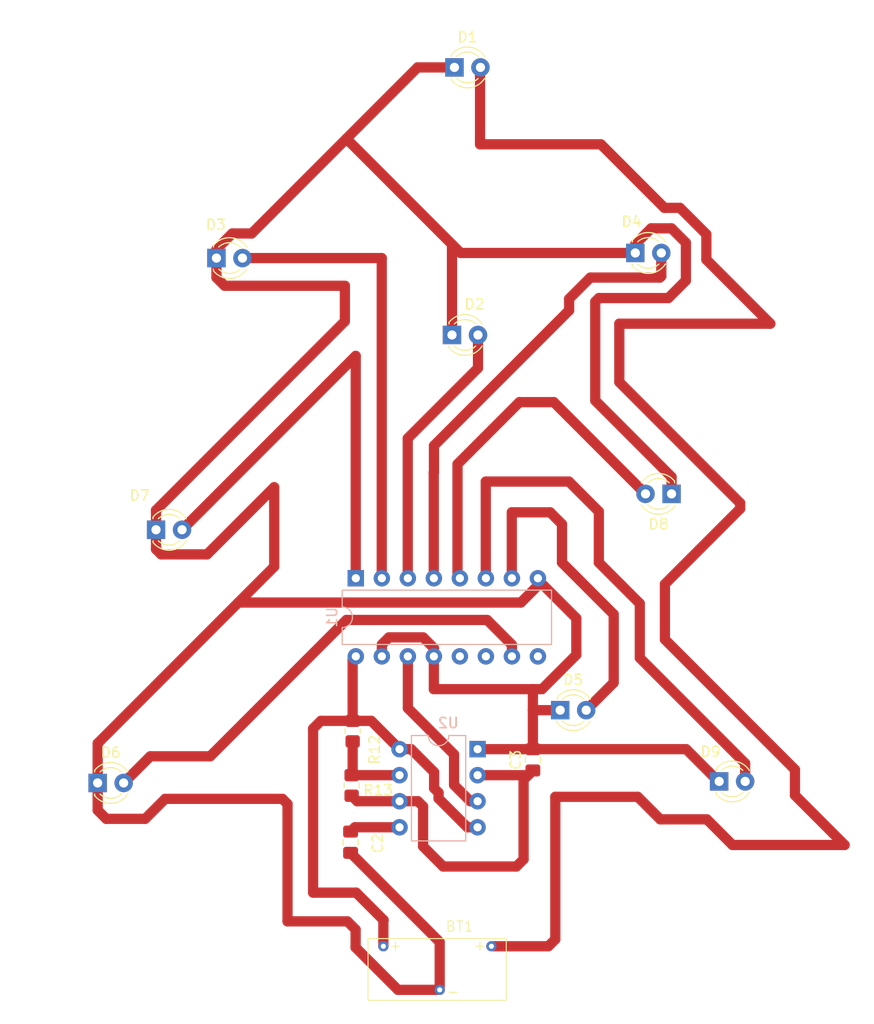
<source format=kicad_pcb>
(kicad_pcb (version 20221018) (generator pcbnew)
  (layers (0 "F.Cu" signal) (31 "B.Cu" signal) (34 "B.Paste" user) (35 "F.Paste" user) (36 "B.SilkS" user "B.Silkscreen") (37 "F.SilkS" user "F.Silkscreen") (38 "B.Mask" user) (39 "F.Mask" user) (44 "Edge.Cuts" user))
  (net 0 "")
  (net 1 "/PWR")
  (net 2 "GND")
  (net 3 "Net-(U2-CV)")
  (net 4 "/THRESHOLD")
  (net 5 "/led_1")
  (net 6 "/led_2")
  (net 7 "/led_3")
  (net 8 "/led_4")
  (net 9 "/led_5")
  (net 10 "/led_6")
  (net 11 "/led_7")
  (net 12 "/led_8")
  (net 13 "Net-(U2-DIS)")
  (net 17 "/CLK")
  (footprint "LED_THT:LED_D3.0mm" (layer "F.Cu") (at 59.96 112.4)
    (fp_text reference "D6" (at 1.27 -2.96) (layer "F.SilkS"))
    (fp_text value "LED")
    (fp_line (start -0.29 -1.236) (end -0.29 -1.08) (stroke (width 0.12)) (layer "F.SilkS"))
    (fp_line (start -0.29 1.08) (end -0.29 1.236) (stroke (width 0.12)) (layer "F.SilkS"))
    (fp_arc (start -0.29 -1.235516) (mid 1.366487 -1.987659) (end 2.942335 -1.078608) (stroke (width 0.12)) (layer "F.SilkS"))
    (fp_arc (start 0.229039 -1.08) (mid 1.270117 -1.5) (end 2.31113 -1.079837) (stroke (width 0.12)) (layer "F.SilkS"))
    (fp_arc (start 2.31113 1.079837) (mid 1.270117 1.5) (end 0.229039 1.08) (stroke (width 0.12)) (layer "F.SilkS"))
    (fp_arc (start 2.942335 1.078608) (mid 1.366487 1.987659) (end -0.29 1.235516) (stroke (width 0.12)) (layer "F.SilkS"))
    (pad "1" thru_hole rect (at 0 0) (size 1.8 1.8) (drill 0.9) (layers "*.Cu" "*.Mask") (net 2 "GND"))
    (pad "2" thru_hole circle (at 2.54 0) (size 1.8 1.8) (drill 0.9) (layers "*.Cu" "*.Mask") (net 9 "/led_5"))
  )
  (footprint "LED_THT:LED_D3.0mm" (layer "F.Cu") (at 94.56 68.7)
    (fp_text reference "D2" (at 2.19 -3) (layer "F.SilkS"))
    (fp_text value "LED")
    (fp_line (start -0.29 -1.236) (end -0.29 -1.08) (stroke (width 0.12)) (layer "F.SilkS"))
    (fp_line (start -0.29 1.08) (end -0.29 1.236) (stroke (width 0.12)) (layer "F.SilkS"))
    (fp_arc (start -0.29 -1.235516) (mid 1.366487 -1.987659) (end 2.942335 -1.078608) (stroke (width 0.12)) (layer "F.SilkS"))
    (fp_arc (start 0.229039 -1.08) (mid 1.270117 -1.5) (end 2.31113 -1.079837) (stroke (width 0.12)) (layer "F.SilkS"))
    (fp_arc (start 2.31113 1.079837) (mid 1.270117 1.5) (end 0.229039 1.08) (stroke (width 0.12)) (layer "F.SilkS"))
    (fp_arc (start 2.942335 1.078608) (mid 1.366487 1.987659) (end -0.29 1.235516) (stroke (width 0.12)) (layer "F.SilkS"))
    (pad "1" thru_hole rect (at 0 0) (size 1.8 1.8) (drill 0.9) (layers "*.Cu" "*.Mask") (net 2 "GND"))
    (pad "2" thru_hole circle (at 2.54 0) (size 1.8 1.8) (drill 0.9) (layers "*.Cu" "*.Mask") (net 5 "/led_1"))
  )
  (footprint "LED_THT:LED_D3.0mm" (layer "F.Cu") (at 120.65 112.25)
    (fp_text reference "D9" (at -0.85 -2.9) (layer "F.SilkS"))
    (fp_text value "LED")
    (fp_line (start -0.29 -1.236) (end -0.29 -1.08) (stroke (width 0.12)) (layer "F.SilkS"))
    (fp_line (start -0.29 1.08) (end -0.29 1.236) (stroke (width 0.12)) (layer "F.SilkS"))
    (fp_arc (start -0.29 -1.235516) (mid 1.366487 -1.987659) (end 2.942335 -1.078608) (stroke (width 0.12)) (layer "F.SilkS"))
    (fp_arc (start 0.229039 -1.08) (mid 1.270117 -1.5) (end 2.31113 -1.079837) (stroke (width 0.12)) (layer "F.SilkS"))
    (fp_arc (start 2.31113 1.079837) (mid 1.270117 1.5) (end 0.229039 1.08) (stroke (width 0.12)) (layer "F.SilkS"))
    (fp_arc (start 2.942335 1.078608) (mid 1.366487 1.987659) (end -0.29 1.235516) (stroke (width 0.12)) (layer "F.SilkS"))
    (pad "1" thru_hole rect (at 0 0) (size 1.8 1.8) (drill 0.9) (layers "*.Cu" "*.Mask") (net 2 "GND"))
    (pad "2" thru_hole circle (at 2.54 0) (size 1.8 1.8) (drill 0.9) (layers "*.Cu" "*.Mask") (net 12 "/led_8"))
  )
  (footprint "LED_THT:LED_D3.0mm" (layer "F.Cu") (at 116 84.2 180)
    (fp_text reference "D8" (at 1.27 -2.96) (layer "F.SilkS"))
    (fp_text value "LED")
    (fp_line (start -0.29 -1.236) (end -0.29 -1.08) (stroke (width 0.12)) (layer "F.SilkS"))
    (fp_line (start -0.29 1.08) (end -0.29 1.236) (stroke (width 0.12)) (layer "F.SilkS"))
    (fp_arc (start -0.29 -1.235516) (mid 1.366487 -1.987659) (end 2.942335 -1.078608) (stroke (width 0.12)) (layer "F.SilkS"))
    (fp_arc (start 0.229039 -1.08) (mid 1.270117 -1.5) (end 2.31113 -1.079837) (stroke (width 0.12)) (layer "F.SilkS"))
    (fp_arc (start 2.31113 1.079837) (mid 1.270117 1.5) (end 0.229039 1.08) (stroke (width 0.12)) (layer "F.SilkS"))
    (fp_arc (start 2.942335 1.078608) (mid 1.366487 1.987659) (end -0.29 1.235516) (stroke (width 0.12)) (layer "F.SilkS"))
    (pad "1" thru_hole rect (at 0 0 180) (size 1.8 1.8) (drill 0.9) (layers "*.Cu" "*.Mask") (net 2 "GND"))
    (pad "2" thru_hole circle (at 2.54 0 180) (size 1.8 1.8) (drill 0.9) (layers "*.Cu" "*.Mask") (net 11 "/led_7"))
  )
  (footprint "Battery:battery_holder_CR2032_vertical" (layer "F.Cu") (at 93.36 127.58)
    (fp_text reference "BT1" (at 1.94 -1.18 unlocked) (layer "F.SilkS") (effects (font (thickness 0.1))))
    (fp_text value "Battery")
    (fp_text user "-" (at 0.6 5.75 unlocked) (layer "F.SilkS") (effects (font (thickness 0.1)) (justify left bottom)))
    (fp_text user "+" (at 3.25 1.25 unlocked) (layer "F.SilkS") (effects (font (thickness 0.1)) (justify left bottom)))
    (fp_text user "+" (at -5 1.25 unlocked) (layer "F.SilkS") (effects (font (thickness 0.1)) (justify left bottom)))
    (fp_rect (start -7 0) (end 6.5 6.0254) (stroke (width 0.1)) (fill none) (layer "F.SilkS"))
    (pad "1" thru_hole circle (at -5.5 0.75) (size 1 1) (drill 0.5) (layers "*.Cu" "*.Mask") (net 1 "/PWR"))
    (pad "1" thru_hole circle (at 5.05 0.75) (size 1 1) (drill 0.5) (layers "*.Cu" "*.Mask") (net 1 "/PWR"))
    (pad "2" thru_hole circle (at 0 5) (size 1 1) (drill 0.5) (layers "*.Cu" "*.Mask") (net 2 "GND"))
  )
  (footprint "Resistor_SMD:R_0805_2012Metric_Pad1.20x1.40mm_HandSolder" (layer "F.Cu") (at 84.76 112.6425 -90)
    (fp_text reference "R13" (at 0.4575 -2.59 -180) (layer "F.SilkS"))
    (fp_text value "4k7")
    (fp_line (start -0.227064 -0.735) (end 0.227064 -0.735) (stroke (width 0.12)) (layer "F.SilkS"))
    (fp_line (start -0.227064 0.735) (end 0.227064 0.735) (stroke (width 0.12)) (layer "F.SilkS"))
    (pad "1" smd roundrect (at -1 0 270) (size 1.2 1.4) (layers "F.Cu" "F.Paste" "F.Mask") (roundrect_rratio 0.208333) (net 13 "Net-(U2-DIS)"))
    (pad "2" smd roundrect (at 1 0 270) (size 1.2 1.4) (layers "F.Cu" "F.Paste" "F.Mask") (roundrect_rratio 0.208333) (net 4 "/THRESHOLD"))
  )
  (footprint "LED_THT:LED_D3.0mm" (layer "F.Cu") (at 112.46 60.7)
    (fp_text reference "D4" (at -0.36 -3.05) (layer "F.SilkS"))
    (fp_text value "LED")
    (fp_line (start -0.29 -1.236) (end -0.29 -1.08) (stroke (width 0.12)) (layer "F.SilkS"))
    (fp_line (start -0.29 1.08) (end -0.29 1.236) (stroke (width 0.12)) (layer "F.SilkS"))
    (fp_arc (start -0.29 -1.235516) (mid 1.366487 -1.987659) (end 2.942335 -1.078608) (stroke (width 0.12)) (layer "F.SilkS"))
    (fp_arc (start 0.229039 -1.08) (mid 1.270117 -1.5) (end 2.31113 -1.079837) (stroke (width 0.12)) (layer "F.SilkS"))
    (fp_arc (start 2.31113 1.079837) (mid 1.270117 1.5) (end 0.229039 1.08) (stroke (width 0.12)) (layer "F.SilkS"))
    (fp_arc (start 2.942335 1.078608) (mid 1.366487 1.987659) (end -0.29 1.235516) (stroke (width 0.12)) (layer "F.SilkS"))
    (pad "1" thru_hole rect (at 0 0) (size 1.8 1.8) (drill 0.9) (layers "*.Cu" "*.Mask") (net 2 "GND"))
    (pad "2" thru_hole circle (at 2.54 0) (size 1.8 1.8) (drill 0.9) (layers "*.Cu" "*.Mask") (net 7 "/led_3"))
  )
  (footprint "LED_THT:LED_D3.0mm" (layer "F.Cu") (at 71.56 61.2)
    (fp_text reference "D3" (at -0.06 -3.25) (layer "F.SilkS"))
    (fp_text value "LED")
    (fp_line (start -0.29 -1.236) (end -0.29 -1.08) (stroke (width 0.12)) (layer "F.SilkS"))
    (fp_line (start -0.29 1.08) (end -0.29 1.236) (stroke (width 0.12)) (layer "F.SilkS"))
    (fp_arc (start -0.29 -1.235516) (mid 1.366487 -1.987659) (end 2.942335 -1.078608) (stroke (width 0.12)) (layer "F.SilkS"))
    (fp_arc (start 0.229039 -1.08) (mid 1.270117 -1.5) (end 2.31113 -1.079837) (stroke (width 0.12)) (layer "F.SilkS"))
    (fp_arc (start 2.31113 1.079837) (mid 1.270117 1.5) (end 0.229039 1.08) (stroke (width 0.12)) (layer "F.SilkS"))
    (fp_arc (start 2.942335 1.078608) (mid 1.366487 1.987659) (end -0.29 1.235516) (stroke (width 0.12)) (layer "F.SilkS"))
    (pad "1" thru_hole rect (at 0 0) (size 1.8 1.8) (drill 0.9) (layers "*.Cu" "*.Mask") (net 2 "GND"))
    (pad "2" thru_hole circle (at 2.54 0) (size 1.8 1.8) (drill 0.9) (layers "*.Cu" "*.Mask") (net 6 "/led_2"))
  )
  (footprint "Capacitor_SMD:C_0805_2012Metric_Pad1.18x1.45mm_HandSolder" (layer "F.Cu") (at 84.66 118.18 -90)
    (fp_text reference "C2" (at 0.12 -2.64 90) (layer "F.SilkS"))
    (fp_text value "0u1")
    (fp_line (start -0.261252 -0.735) (end 0.261252 -0.735) (stroke (width 0.12)) (layer "F.SilkS"))
    (fp_line (start -0.261252 0.735) (end 0.261252 0.735) (stroke (width 0.12)) (layer "F.SilkS"))
    (pad "1" smd roundrect (at -1.0375 0 270) (size 1.175 1.45) (layers "F.Cu" "F.Paste" "F.Mask") (roundrect_rratio 0.212766) (net 3 "Net-(U2-CV)"))
    (pad "2" smd roundrect (at 1.0375 0 270) (size 1.175 1.45) (layers "F.Cu" "F.Paste" "F.Mask") (roundrect_rratio 0.212766) (net 2 "GND"))
  )
  (footprint "LED_THT:LED_D3.0mm" (layer "F.Cu") (at 94.8 42.6)
    (fp_text reference "D1" (at 1.27 -2.96) (layer "F.SilkS"))
    (fp_text value "LED")
    (fp_line (start -0.29 -1.236) (end -0.29 -1.08) (stroke (width 0.12)) (layer "F.SilkS"))
    (fp_line (start -0.29 1.08) (end -0.29 1.236) (stroke (width 0.12)) (layer "F.SilkS"))
    (fp_arc (start -0.29 -1.235516) (mid 1.366487 -1.987659) (end 2.942335 -1.078608) (stroke (width 0.12)) (layer "F.SilkS"))
    (fp_arc (start 0.229039 -1.08) (mid 1.270117 -1.5) (end 2.31113 -1.079837) (stroke (width 0.12)) (layer "F.SilkS"))
    (fp_arc (start 2.31113 1.079837) (mid 1.270117 1.5) (end 0.229039 1.08) (stroke (width 0.12)) (layer "F.SilkS"))
    (fp_arc (start 2.942335 1.078608) (mid 1.366487 1.987659) (end -0.29 1.235516) (stroke (width 0.12)) (layer "F.SilkS"))
    (pad "1" thru_hole rect (at 0 0) (size 1.8 1.8) (drill 0.9) (layers "*.Cu" "*.Mask") (net 2 "GND"))
    (pad "2" thru_hole circle (at 2.54 0) (size 1.8 1.8) (drill 0.9) (layers "*.Cu" "*.Mask") (net 1 "/PWR"))
  )
  (footprint "Capacitor_SMD:C_0805_2012Metric_Pad1.18x1.45mm_HandSolder" (layer "F.Cu") (at 102.46 110.1425 90)
    (fp_text reference "C3" (at 0 -1.68 90) (layer "F.SilkS"))
    (fp_text value "22u")
    (fp_line (start -0.261252 -0.735) (end 0.261252 -0.735) (stroke (width 0.12)) (layer "F.SilkS"))
    (fp_line (start -0.261252 0.735) (end 0.261252 0.735) (stroke (width 0.12)) (layer "F.SilkS"))
    (pad "1" smd roundrect (at -1.0375 0 90) (size 1.175 1.45) (layers "F.Cu" "F.Paste" "F.Mask") (roundrect_rratio 0.212766) (net 4 "/THRESHOLD"))
    (pad "2" smd roundrect (at 1.0375 0 90) (size 1.175 1.45) (layers "F.Cu" "F.Paste" "F.Mask") (roundrect_rratio 0.212766) (net 2 "GND"))
  )
  (footprint "LED_THT:LED_D3.0mm" (layer "F.Cu") (at 65.66 87.7)
    (fp_text reference "D7" (at -1.61 -3.35) (layer "F.SilkS"))
    (fp_text value "LED")
    (fp_line (start -0.29 -1.236) (end -0.29 -1.08) (stroke (width 0.12)) (layer "F.SilkS"))
    (fp_line (start -0.29 1.08) (end -0.29 1.236) (stroke (width 0.12)) (layer "F.SilkS"))
    (fp_arc (start -0.29 -1.235516) (mid 1.366487 -1.987659) (end 2.942335 -1.078608) (stroke (width 0.12)) (layer "F.SilkS"))
    (fp_arc (start 0.229039 -1.08) (mid 1.270117 -1.5) (end 2.31113 -1.079837) (stroke (width 0.12)) (layer "F.SilkS"))
    (fp_arc (start 2.31113 1.079837) (mid 1.270117 1.5) (end 0.229039 1.08) (stroke (width 0.12)) (layer "F.SilkS"))
    (fp_arc (start 2.942335 1.078608) (mid 1.366487 1.987659) (end -0.29 1.235516) (stroke (width 0.12)) (layer "F.SilkS"))
    (pad "1" thru_hole rect (at 0 0) (size 1.8 1.8) (drill 0.9) (layers "*.Cu" "*.Mask") (net 2 "GND"))
    (pad "2" thru_hole circle (at 2.54 0) (size 1.8 1.8) (drill 0.9) (layers "*.Cu" "*.Mask") (net 10 "/led_6"))
  )
  (footprint "LED_THT:LED_D3.0mm" (layer "F.Cu") (at 105.125 105.3)
    (fp_text reference "D5" (at 1.27 -2.96) (layer "F.SilkS"))
    (fp_text value "LED")
    (fp_line (start -0.29 -1.236) (end -0.29 -1.08) (stroke (width 0.12)) (layer "F.SilkS"))
    (fp_line (start -0.29 1.08) (end -0.29 1.236) (stroke (width 0.12)) (layer "F.SilkS"))
    (fp_arc (start -0.29 -1.235516) (mid 1.366487 -1.987659) (end 2.942335 -1.078608) (stroke (width 0.12)) (layer "F.SilkS"))
    (fp_arc (start 0.229039 -1.08) (mid 1.270117 -1.5) (end 2.31113 -1.079837) (stroke (width 0.12)) (layer "F.SilkS"))
    (fp_arc (start 2.31113 1.079837) (mid 1.270117 1.5) (end 0.229039 1.08) (stroke (width 0.12)) (layer "F.SilkS"))
    (fp_arc (start 2.942335 1.078608) (mid 1.366487 1.987659) (end -0.29 1.235516) (stroke (width 0.12)) (layer "F.SilkS"))
    (pad "1" thru_hole rect (at 0 0) (size 1.8 1.8) (drill 0.9) (layers "*.Cu" "*.Mask") (net 2 "GND"))
    (pad "2" thru_hole circle (at 2.54 0) (size 1.8 1.8) (drill 0.9) (layers "*.Cu" "*.Mask") (net 8 "/led_4"))
  )
  (footprint "Resistor_SMD:R_0805_2012Metric_Pad1.20x1.40mm_HandSolder" (layer "F.Cu") (at 84.86 107.3425 -90)
    (fp_text reference "R12" (at 1.8075 -2.14 90) (layer "F.SilkS"))
    (fp_text value "2k2")
    (fp_line (start -0.227064 -0.735) (end 0.227064 -0.735) (stroke (width 0.12)) (layer "F.SilkS"))
    (fp_line (start -0.227064 0.735) (end 0.227064 0.735) (stroke (width 0.12)) (layer "F.SilkS"))
    (pad "1" smd roundrect (at -1 0 270) (size 1.2 1.4) (layers "F.Cu" "F.Paste" "F.Mask") (roundrect_rratio 0.208333) (net 1 "/PWR"))
    (pad "2" smd roundrect (at 1 0 270) (size 1.2 1.4) (layers "F.Cu" "F.Paste" "F.Mask") (roundrect_rratio 0.208333) (net 13 "Net-(U2-DIS)"))
  )
  (footprint "Package_DIP:DIP-8_W7.62mm" (layer "B.Cu") (at 97.06 109.1025 180)
    (fp_text reference "U2" (at 2.86 2.5525) (layer "B.SilkS") (effects (justify mirror)))
    (fp_text value "NE555P")
    (fp_line (start 1.16 -8.95) (end 6.46 -8.95) (stroke (width 0.12)) (layer "B.SilkS"))
    (fp_line (start 1.16 1.33) (end 1.16 -8.95) (stroke (width 0.12)) (layer "B.SilkS"))
    (fp_line (start 2.81 1.33) (end 1.16 1.33) (stroke (width 0.12)) (layer "B.SilkS"))
    (fp_line (start 6.46 -8.95) (end 6.46 1.33) (stroke (width 0.12)) (layer "B.SilkS"))
    (fp_line (start 6.46 1.33) (end 4.81 1.33) (stroke (width 0.12)) (layer "B.SilkS"))
    (fp_arc (start 2.81 1.33) (mid 3.81 0.33) (end 4.81 1.33) (stroke (width 0.12)) (layer "B.SilkS"))
    (pad "1" thru_hole rect (at 0 0 180) (size 1.6 1.6) (drill 0.8) (layers "*.Cu" "*.Mask") (net 2 "GND"))
    (pad "2" thru_hole oval (at 0 -2.54 180) (size 1.6 1.6) (drill 0.8) (layers "*.Cu" "*.Mask") (net 4 "/THRESHOLD"))
    (pad "3" thru_hole oval (at 0 -5.08 180) (size 1.6 1.6) (drill 0.8) (layers "*.Cu" "*.Mask") (net 17 "/CLK"))
    (pad "4" thru_hole oval (at 0 -7.62 180) (size 1.6 1.6) (drill 0.8) (layers "*.Cu" "*.Mask") (net 1 "/PWR"))
    (pad "5" thru_hole oval (at 7.62 -7.62 180) (size 1.6 1.6) (drill 0.8) (layers "*.Cu" "*.Mask") (net 3 "Net-(U2-CV)"))
    (pad "6" thru_hole oval (at 7.62 -5.08 180) (size 1.6 1.6) (drill 0.8) (layers "*.Cu" "*.Mask") (net 4 "/THRESHOLD"))
    (pad "7" thru_hole oval (at 7.62 -2.54 180) (size 1.6 1.6) (drill 0.8) (layers "*.Cu" "*.Mask") (net 13 "Net-(U2-DIS)"))
    (pad "8" thru_hole oval (at 7.62 0 180) (size 1.6 1.6) (drill 0.8) (layers "*.Cu" "*.Mask") (net 1 "/PWR"))
  )
  (footprint "Package_DIP:DIP-16_W7.62mm" (layer "B.Cu") (at 85.17 92.43 -90)
    (fp_text reference "U1" (at 3.81 2.33 90) (layer "B.SilkS") (effects (justify mirror)))
    (fp_text value "4017")
    (fp_line (start 1.16 -19.11) (end 6.46 -19.11) (stroke (width 0.12)) (layer "B.SilkS"))
    (fp_line (start 1.16 1.33) (end 1.16 -19.11) (stroke (width 0.12)) (layer "B.SilkS"))
    (fp_line (start 2.81 1.33) (end 1.16 1.33) (stroke (width 0.12)) (layer "B.SilkS"))
    (fp_line (start 6.46 -19.11) (end 6.46 1.33) (stroke (width 0.12)) (layer "B.SilkS"))
    (fp_line (start 6.46 1.33) (end 4.81 1.33) (stroke (width 0.12)) (layer "B.SilkS"))
    (fp_arc (start 2.81 1.33) (mid 3.81 0.33) (end 4.81 1.33) (stroke (width 0.12)) (layer "B.SilkS"))
    (pad "1" thru_hole rect (at 0 0 270) (size 1.6 1.6) (drill 0.8) (layers "*.Cu" "*.Mask") (net 10 "/led_6"))
    (pad "2" thru_hole oval (at 0 -2.54 270) (size 1.6 1.6) (drill 0.8) (layers "*.Cu" "*.Mask") (net 6 "/led_2"))
    (pad "3" thru_hole oval (at 0 -5.08 270) (size 1.6 1.6) (drill 0.8) (layers "*.Cu" "*.Mask") (net 5 "/led_1"))
    (pad "4" thru_hole oval (at 0 -7.62 270) (size 1.6 1.6) (drill 0.8) (layers "*.Cu" "*.Mask") (net 7 "/led_3"))
    (pad "5" thru_hole oval (at 0 -10.16 270) (size 1.6 1.6) (drill 0.8) (layers "*.Cu" "*.Mask") (net 11 "/led_7"))
    (pad "6" thru_hole oval (at 0 -12.7 270) (size 1.6 1.6) (drill 0.8) (layers "*.Cu" "*.Mask") (net 12 "/led_8"))
    (pad "7" thru_hole oval (at 0 -15.24 270) (size 1.6 1.6) (drill 0.8) (layers "*.Cu" "*.Mask") (net 8 "/led_4"))
    (pad "8" thru_hole oval (at 0 -17.78 270) (size 1.6 1.6) (drill 0.8) (layers "*.Cu" "*.Mask") (net 2 "GND"))
    (pad "9" thru_hole oval (at 7.62 -17.78 270) (size 1.6 1.6) (drill 0.8) (layers "*.Cu" "*.Mask"))
    (pad "10" thru_hole oval (at 7.62 -15.24 270) (size 1.6 1.6) (drill 0.8) (layers "*.Cu" "*.Mask") (net 9 "/led_5"))
    (pad "11" thru_hole oval (at 7.62 -12.7 270) (size 1.6 1.6) (drill 0.8) (layers "*.Cu" "*.Mask"))
    (pad "12" thru_hole oval (at 7.62 -10.16 270) (size 1.6 1.6) (drill 0.8) (layers "*.Cu" "*.Mask"))
    (pad "13" thru_hole oval (at 7.62 -7.62 270) (size 1.6 1.6) (drill 0.8) (layers "*.Cu" "*.Mask") (net 2 "GND"))
    (pad "14" thru_hole oval (at 7.62 -5.08 270) (size 1.6 1.6) (drill 0.8) (layers "*.Cu" "*.Mask") (net 17 "/CLK"))
    (pad "15" thru_hole oval (at 7.62 -2.54 270) (size 1.6 1.6) (drill 0.8) (layers "*.Cu" "*.Mask") (net 2 "GND"))
    (pad "16" thru_hole oval (at 7.62 0 270) (size 1.6 1.6) (drill 0.8) (layers "*.Cu" "*.Mask") (net 1 "/PWR"))
  )
  (segment (start 97.34 50.06) (end 97.3 50.1) (width 1) (layer "F.Cu") (net 1))
  (segment (start 92.814214 111.345344) (end 92.814214 112.914214) (width 1) (layer "F.Cu") (net 1))
  (segment (start 115.35 93) (end 122.7 85.65) (width 1) (layer "F.Cu") (net 1))
  (segment (start 110.9 73.3) (end 110.9 67.6) (width 1) (layer "F.Cu") (net 1))
  (segment (start 87.885 125.78) (end 87.86 125.805) (width 1) (layer "F.Cu") (net 1))
  (segment (start 128.05 113.6) (end 128.05 111.1) (width 1) (layer "F.Cu") (net 1))
  (segment (start 89.44 109.1025) (end 90.57137 109.1025) (width 1) (layer "F.Cu") (net 1))
  (segment (start 96.05888 116.7225) (end 97.06 116.7225) (width 1) (layer "F.Cu") (net 1))
  (segment (start 84.86 106.3425) (end 86.68 106.3425) (width 1) (layer "F.Cu") (net 1))
  (segment (start 122.7 85.1) (end 110.9 73.3) (width 1) (layer "F.Cu") (net 1))
  (segment (start 125.65 67.6) (end 119.4 61.35) (width 1) (layer "F.Cu") (net 1))
  (segment (start 104.65 113.75) (end 112.7 113.75) (width 1) (layer "F.Cu") (net 1))
  (segment (start 109.1 50.1) (end 97.3 50.1) (width 1) (layer "F.Cu") (net 1))
  (segment (start 128.05 111.1) (end 115.35 98.4) (width 1) (layer "F.Cu") (net 1))
  (segment (start 84.86 106.3425) (end 84.86 100.36) (width 1) (layer "F.Cu") (net 1))
  (segment (start 81.7575 106.3425) (end 81 107.1) (width 1) (layer "F.Cu") (net 1))
  (segment (start 110.9 67.6) (end 125.65 67.6) (width 1) (layer "F.Cu") (net 1))
  (segment (start 112.7 113.75) (end 114.9 115.95) (width 1) (layer "F.Cu") (net 1))
  (segment (start 132.9 118.45) (end 128.05 113.6) (width 1) (layer "F.Cu") (net 1))
  (segment (start 84.86 106.3425) (end 81.7575 106.3425) (width 1) (layer "F.Cu") (net 1))
  (segment (start 81 107.1) (end 81 123.1) (width 1) (layer "F.Cu") (net 1))
  (segment (start 93.25 113.35) (end 93.25 113.91362) (width 1) (layer "F.Cu") (net 1))
  (segment (start 114.9 115.95) (end 119.45 115.95) (width 1) (layer "F.Cu") (net 1))
  (segment (start 85.205 123.1) (end 87.885 125.78) (width 1) (layer "F.Cu") (net 1))
  (segment (start 103.97 128.33) (end 104.65 127.65) (width 1) (layer "F.Cu") (net 1))
  (segment (start 86.68 106.3425) (end 89.44 109.1025) (width 1) (layer "F.Cu") (net 1))
  (segment (start 92.814214 112.914214) (end 93.25 113.35) (width 1) (layer "F.Cu") (net 1))
  (segment (start 115.35 98.4) (end 115.35 93) (width 1) (layer "F.Cu") (net 1))
  (segment (start 90.57137 109.1025) (end 92.814214 111.345344) (width 1) (layer "F.Cu") (net 1))
  (segment (start 115.3 56.3) (end 109.1 50.1) (width 1) (layer "F.Cu") (net 1))
  (segment (start 119.4 58.877459) (end 116.822541 56.3) (width 1) (layer "F.Cu") (net 1))
  (segment (start 104.65 127.65) (end 104.65 113.75) (width 1) (layer "F.Cu") (net 1))
  (segment (start 121.95 118.45) (end 132.9 118.45) (width 1) (layer "F.Cu") (net 1))
  (segment (start 97.3 50.1) (end 97.3 42.64) (width 1) (layer "F.Cu") (net 1))
  (segment (start 93.25 113.91362) (end 96.05888 116.7225) (width 1) (layer "F.Cu") (net 1))
  (segment (start 116.822541 56.3) (end 115.3 56.3) (width 1) (layer "F.Cu") (net 1))
  (segment (start 84.86 100.36) (end 85.17 100.05) (width 1) (layer "F.Cu") (net 1))
  (segment (start 119.4 61.35) (end 119.4 58.877459) (width 1) (layer "F.Cu") (net 1))
  (segment (start 119.45 115.95) (end 121.95 118.45) (width 1) (layer "F.Cu") (net 1))
  (segment (start 98.41 128.33) (end 103.97 128.33) (width 1) (layer "F.Cu") (net 1))
  (segment (start 81 123.1) (end 85.205 123.1) (width 1) (layer "F.Cu") (net 1))
  (segment (start 97.3 42.64) (end 97.34 42.6) (width 1) (layer "F.Cu") (net 1))
  (segment (start 122.7 85.65) (end 122.7 85.1) (width 1) (layer "F.Cu") (net 1))
  (segment (start 87.86 125.805) (end 87.86 128.33) (width 1) (layer "F.Cu") (net 1))
  (segment (start 66.16 90.1) (end 65.66 89.6) (width 1) (layer "F.Cu") (net 2))
  (segment (start 102.95 92.578428) (end 102.95 92.43) (width 1) (layer "F.Cu") (net 2))
  (segment (start 71.56 63.1) (end 71.56 61.2) (width 1) (layer "F.Cu") (net 2))
  (segment (start 92.79 99.24) (end 92.79 100.05) (width 1) (layer "F.Cu") (net 2))
  (segment (start 106.7 96.328428) (end 102.95 92.578428) (width 1) (layer "F.Cu") (net 2))
  (segment (start 102.46 109.105) (end 117.43 109.105) (width 1) (layer "F.Cu") (net 2))
  (segment (start 115.688427 65.1) (end 108.9 65.1) (width 1) (layer "F.Cu") (net 2))
  (segment (start 117.43 109.105) (end 120.925 112.6) (width 1) (layer "F.Cu") (net 2))
  (segment (start 97.06 109.1025) (end 102.4575 109.1025) (width 1) (layer "F.Cu") (net 2))
  (segment (start 87.71 100.05) (end 87.71 98.89) (width 1) (layer "F.Cu") (net 2))
  (segment (start 78.5 125.9) (end 84.35 125.9) (width 1) (layer "F.Cu") (net 2))
  (segment (start 94.56 68.7) (end 94.56 59.86) (width 1) (layer "F.Cu") (net 2))
  (segment (start 108.55 65.45) (end 108.55 75.1) (width 1) (layer "F.Cu") (net 2))
  (segment (start 78 113.95) (end 78.5 114.45) (width 1) (layer "F.Cu") (net 2))
  (segment (start 59.96 112.4) (end 59.96 108.54) (width 1) (layer "F.Cu") (net 2))
  (segment (start 84.66 119.2175) (end 93.36 127.9175) (width 1) (layer "F.Cu") (net 2))
  (segment (start 114.005887 58.3) (end 115.994113 58.3) (width 1) (layer "F.Cu") (net 2))
  (segment (start 71.56 61.2) (end 71.56 60.345887) (width 1) (layer "F.Cu") (net 2))
  (segment (start 95.4 60.7) (end 94.56 59.86) (width 1) (layer "F.Cu") (net 2))
  (segment (start 89.281573 132.58) (end 93.36 132.58) (width 1) (layer "F.Cu") (net 2))
  (segment (start 85.15 128.448427) (end 89.281573 132.58) (width 1) (layer "F.Cu") (net 2))
  (segment (start 102.46 105.3) (end 102.46 103.25) (width 1) (layer "F.Cu") (net 2))
  (segment (start 94.56 59.86) (end 84.25 49.55) (width 1) (layer "F.Cu") (net 2))
  (segment (start 60.8 115.9) (end 64.6 115.9) (width 1) (layer "F.Cu") (net 2))
  (segment (start 117.4 59.705887) (end 117.4 63.388427) (width 1) (layer "F.Cu") (net 2))
  (segment (start 93.36 127.9175) (end 93.36 132.58) (width 1) (layer "F.Cu") (net 2))
  (segment (start 88.4 98.2) (end 91.75 98.2) (width 1) (layer "F.Cu") (net 2))
  (segment (start 87.71 98.89) (end 88.4 98.2) (width 1) (layer "F.Cu") (net 2))
  (segment (start 70.65 90.1) (end 66.16 90.1) (width 1) (layer "F.Cu") (net 2))
  (segment (start 91.75 98.2) (end 92.79 99.24) (width 1) (layer "F.Cu") (net 2))
  (segment (start 85.15 126.7) (end 85.15 128.448427) (width 1) (layer "F.Cu") (net 2))
  (segment (start 115.994113 58.3) (end 117.4 59.705887) (width 1) (layer "F.Cu") (net 2))
  (segment (start 77.2 83.55) (end 70.65 90.1) (width 1) (layer "F.Cu") (net 2))
  (segment (start 84.1 63.9) (end 72.36 63.9) (width 1) (layer "F.Cu") (net 2))
  (segment (start 66.55 113.95) (end 78 113.95) (width 1) (layer "F.Cu") (net 2))
  (segment (start 92.79 100.05) (end 92.79 103.25) (width 1) (layer "F.Cu") (net 2))
  (segment (start 101.292692 94.8) (end 103.174214 92.918478) (width 1) (layer "F.Cu") (net 2))
  (segment (start 73.105887 58.8) (end 75 58.8) (width 1) (layer "F.Cu") (net 2))
  (segment (start 64.6 115.9) (end 66.55 113.95) (width 1) (layer "F.Cu") (net 2))
  (segment (start 72.36 63.9) (end 71.56 63.1) (width 1) (layer "F.Cu") (net 2))
  (segment (start 84.35 125.9) (end 85.15 126.7) (width 1) (layer "F.Cu") (net 2))
  (segment (start 84.25 49.55) (end 91.2 42.6) (width 1) (layer "F.Cu") (net 2))
  (segment (start 112.46 60.7) (end 112.46 59.845887) (width 1) (layer "F.Cu") (net 2))
  (segment (start 103.35 103.25) (end 106.7 99.9) (width 1) (layer "F.Cu") (net 2))
  (segment (start 102.4575 109.1025) (end 102.46 109.105) (width 1) (layer "F.Cu") (net 2))
  (segment (start 112.46 59.845887) (end 114.005887 58.3) (width 1) (layer "F.Cu") (net 2))
  (segment (start 59.96 108.54) (end 77.2 91.3) (width 1) (layer "F.Cu") (net 2))
  (segment (start 59.96 115.06) (end 60.8 115.9) (width 1) (layer "F.Cu") (net 2))
  (segment (start 108.55 75.1) (end 116 82.55) (width 1) (layer "F.Cu") (net 2))
  (segment (start 65.66 85.8) (end 84.1 67.36) (width 1) (layer "F.Cu") (net 2))
  (segment (start 84.1 67.36) (end 84.1 63.9) (width 1) (layer "F.Cu") (net 2))
  (segment (start 75 58.8) (end 84.25 49.55) (width 1) (layer "F.Cu") (net 2))
  (segment (start 117.4 63.388427) (end 115.688427 65.1) (width 1) (layer "F.Cu") (net 2))
  (segment (start 77.2 91.3) (end 77.2 83.55) (width 1) (layer "F.Cu") (net 2))
  (segment (start 106.7 99.9) (end 106.7 96.328428) (width 1) (layer "F.Cu") (net 2))
  (segment (start 108.9 65.1) (end 108.55 65.45) (width 1) (layer "F.Cu") (net 2))
  (segment (start 102.46 109.105) (end 102.46 105.3) (width 1) (layer "F.Cu") (net 2))
  (segment (start 92.79 103.25) (end 102.46 103.25) (width 1) (layer "F.Cu") (net 2))
  (segment (start 78.5 114.45) (end 78.5 125.9) (width 1) (layer "F.Cu") (net 2))
  (segment (start 71.56 60.345887) (end 73.105887 58.8) (width 1) (layer "F.Cu") (net 2))
  (segment (start 65.66 89.6) (end 65.66 87.7) (width 1) (layer "F.Cu") (net 2))
  (segment (start 59.96 112.4) (end 59.96 115.06) (width 1) (layer "F.Cu") (net 2))
  (segment (start 73.7 94.8) (end 101.292692 94.8) (width 1) (layer "F.Cu") (net 2))
  (segment (start 112.46 60.7) (end 95.4 60.7) (width 1) (layer "F.Cu") (net 2))
  (segment (start 65.66 87.7) (end 65.66 85.8) (width 1) (layer "F.Cu") (net 2))
  (segment (start 105.125 105.3) (end 102.46 105.3) (width 1) (layer "F.Cu") (net 2))
  (segment (start 116 82.55) (end 116 84.2) (width 1) (layer "F.Cu") (net 2))
  (segment (start 91.2 42.6) (end 94.8 42.6) (width 1) (layer "F.Cu") (net 2))
  (segment (start 102.46 103.25) (end 103.35 103.25) (width 1) (layer "F.Cu") (net 2))
  (segment (start 103.174214 92.918478) (end 103.174214 92.654214) (width 1) (layer "F.Cu") (net 2))
  (segment (start 85.08 116.7225) (end 89.44 116.7225) (width 1) (layer "F.Cu") (net 3))
  (segment (start 84.66 117.1425) (end 85.08 116.7225) (width 1) (layer "F.Cu") (net 3))
  (segment (start 101.55 119.85) (end 101.55 112.09) (width 1) (layer "F.Cu") (net 4))
  (segment (start 91.74 118.59) (end 93.7 120.55) (width 1) (layer "F.Cu") (net 4))
  (segment (start 89.44 114.1825) (end 91.2325 114.1825) (width 1) (layer "F.Cu") (net 4))
  (segment (start 91.74 114.69) (end 91.74 118.59) (width 1) (layer "F.Cu") (net 4))
  (segment (start 85.3 114.1825) (end 89.44 114.1825) (width 1) (layer "F.Cu") (net 4))
  (segment (start 101.9975 111.6425) (end 102.46 111.18) (width 1) (layer "F.Cu") (net 4))
  (segment (start 101.55 112.09) (end 102.46 111.18) (width 1) (layer "F.Cu") (net 4))
  (segment (start 84.76 113.6425) (end 85.3 114.1825) (width 1) (layer "F.Cu") (net 4))
  (segment (start 100.85 120.55) (end 101.55 119.85) (width 1) (layer "F.Cu") (net 4))
  (segment (start 97.06 111.6425) (end 101.9975 111.6425) (width 1) (layer "F.Cu") (net 4))
  (segment (start 91.2325 114.1825) (end 91.74 114.69) (width 1) (layer "F.Cu") (net 4))
  (segment (start 93.7 120.55) (end 100.85 120.55) (width 1) (layer "F.Cu") (net 4))
  (segment (start 97.1 71.925126) (end 90.24 78.785126) (width 1) (layer "F.Cu") (net 5))
  (segment (start 90.24 78.785126) (end 90.24 92.6) (width 1) (layer "F.Cu") (net 5))
  (segment (start 97.1 68.7) (end 97.1 71.925126) (width 1) (layer "F.Cu") (net 5))
  (segment (start 74.1 61.2) (end 87.7 61.2) (width 1) (layer "F.Cu") (net 6))
  (segment (start 87.7 61.2) (end 87.7 92.6) (width 1) (layer "F.Cu") (net 6))
  (segment (start 114.86 63.1) (end 115 62.96) (width 1) (layer "F.Cu") (net 7))
  (segment (start 92.78 92.6) (end 92.78 82.12) (width 1) (layer "F.Cu") (net 7))
  (segment (start 92.8 79.5) (end 106 66.3) (width 1) (layer "F.Cu") (net 7))
  (segment (start 115 62.96) (end 115 60.7) (width 1) (layer "F.Cu") (net 7))
  (segment (start 106 65.171572) (end 108.071572 63.1) (width 1) (layer "F.Cu") (net 7))
  (segment (start 92.8 82.1) (end 92.8 79.5) (width 1) (layer "F.Cu") (net 7))
  (segment (start 108.071572 63.1) (end 114.86 63.1) (width 1) (layer "F.Cu") (net 7))
  (segment (start 106 66.3) (end 106 65.171572) (width 1) (layer "F.Cu") (net 7))
  (segment (start 92.78 82.12) (end 92.8 82.1) (width 1) (layer "F.Cu") (net 7))
  (segment (start 100.4 92.6) (end 100.4 86) (width 1) (layer "F.Cu") (net 8))
  (segment (start 105.3 87.15) (end 105.3 90.9) (width 1) (layer "F.Cu") (net 8))
  (segment (start 110.35 95.95) (end 110.35 102.615) (width 1) (layer "F.Cu") (net 8))
  (segment (start 110.35 102.615) (end 107.665 105.3) (width 1) (layer "F.Cu") (net 8))
  (segment (start 105.3 90.9) (end 110.35 95.95) (width 1) (layer "F.Cu") (net 8))
  (segment (start 104.15 86) (end 105.3 87.15) (width 1) (layer "F.Cu") (net 8))
  (segment (start 100.4 86) (end 104.15 86) (width 1) (layer "F.Cu") (net 8))
  (segment (start 84.25 96.5) (end 97.99137 96.5) (width 1) (layer "F.Cu") (net 9))
  (segment (start 97.99137 96.5) (end 100.41 98.91863) (width 1) (layer "F.Cu") (net 9))
  (segment (start 70.95 109.8) (end 84.25 96.5) (width 1) (layer "F.Cu") (net 9))
  (segment (start 65.1 109.8) (end 70.95 109.8) (width 1) (layer "F.Cu") (net 9))
  (segment (start 62.5 112.4) (end 65.1 109.8) (width 1) (layer "F.Cu") (net 9))
  (segment (start 100.41 98.91863) (end 100.41 100.05) (width 1) (layer "F.Cu") (net 9))
  (segment (start 85.16 70.74) (end 85.16 92.6) (width 1) (layer "F.Cu") (net 10))
  (segment (start 68.2 87.7) (end 85.16 70.74) (width 1) (layer "F.Cu") (net 10))
  (segment (start 113.46 84.2) (end 113.45 84.2) (width 1) (layer "F.Cu") (net 11))
  (segment (start 101.145786 75.254214) (end 95.1 81.3) (width 1) (layer "F.Cu") (net 11))
  (segment (start 95.1 92.38) (end 95.32 92.6) (width 1) (layer "F.Cu") (net 11))
  (segment (start 95.1 81.3) (end 95.1 92.38) (width 1) (layer "F.Cu") (net 11))
  (segment (start 113.45 84.2) (end 104.504214 75.254214) (width 1) (layer "F.Cu") (net 11))
  (segment (start 104.504214 75.254214) (end 101.145786 75.254214) (width 1) (layer "F.Cu") (net 11))
  (segment (start 97.86 92.6) (end 97.86 83) (width 1) (layer "F.Cu") (net 12))
  (segment (start 123.19 110.49) (end 123.19 112.25) (width 1) (layer "F.Cu") (net 12))
  (segment (start 108.9 90.9) (end 112.9 94.9) (width 1) (layer "F.Cu") (net 12))
  (segment (start 97.86 83) (end 105.978427 83) (width 1) (layer "F.Cu") (net 12))
  (segment (start 112.9 100.2) (end 123.19 110.49) (width 1) (layer "F.Cu") (net 12))
  (segment (start 108.9 85.921573) (end 108.9 90.9) (width 1) (layer "F.Cu") (net 12))
  (segment (start 112.9 94.9) (end 112.9 100.2) (width 1) (layer "F.Cu") (net 12))
  (segment (start 105.978427 83) (end 108.9 85.921573) (width 1) (layer "F.Cu") (net 12))
  (segment (start 84.76 111.6425) (end 89.44 111.6425) (width 1) (layer "F.Cu") (net 13))
  (segment (start 84.86 108.3425) (end 84.86 111.5425) (width 1) (layer "F.Cu") (net 13))
  (segment (start 84.86 111.5425) (end 84.76 111.6425) (width 1) (layer "F.Cu") (net 13))
  (segment (start 96.347308 114.1825) (end 94.76 112.595192) (width 1) (layer "F.Cu") (net 17))
  (segment (start 97.06 114.1825) (end 96.347308 114.1825) (width 1) (layer "F.Cu") (net 17))
  (segment (start 94.76 109.61) (end 90.25 105.1) (width 1) (layer "F.Cu") (net 17))
  (segment (start 90.25 105.1) (end 90.25 100.05) (width 1) (layer "F.Cu") (net 17))
  (segment (start 94.76 112.595192) (end 94.76 109.61) (width 1) (layer "F.Cu") (net 17))
)
</source>
